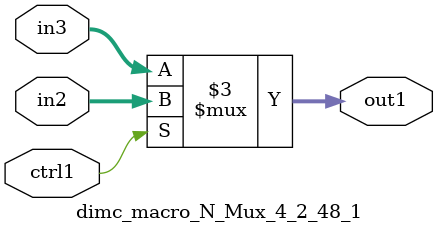
<source format=v>

`timescale 1ps / 1ps


module dimc_macro_N_Mux_4_2_48_1( in3, in2, ctrl1, out1 );

    input [3:0] in3;
    input [3:0] in2;
    input ctrl1;
    output [3:0] out1;
    reg [3:0] out1;

    
    // rtl_process:dimc_macro_N_Mux_4_2_48_1/dimc_macro_N_Mux_4_2_48_1_thread_1
    always @*
      begin : dimc_macro_N_Mux_4_2_48_1_thread_1
        case (ctrl1) 
          1'b1: 
            begin
              out1 = in2;
            end
          default: 
            begin
              out1 = in3;
            end
        endcase
      end

endmodule


</source>
